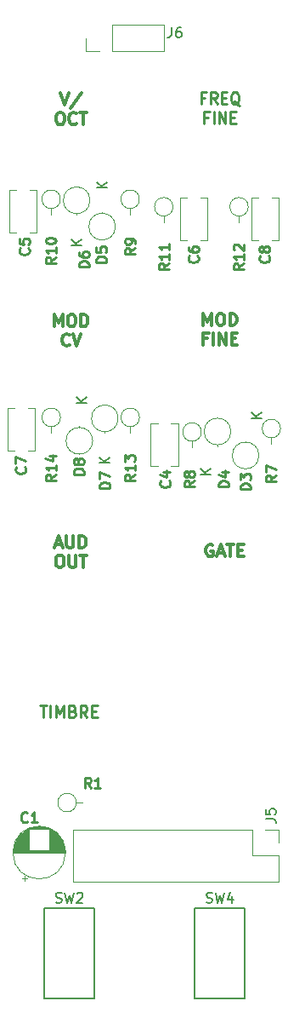
<source format=gto>
%TF.GenerationSoftware,KiCad,Pcbnew,(6.0.1)*%
%TF.CreationDate,2022-10-17T21:53:42-04:00*%
%TF.ProjectId,ER-VCO-03_CTL,45522d56-434f-42d3-9033-5f43544c2e6b,1*%
%TF.SameCoordinates,Original*%
%TF.FileFunction,Legend,Top*%
%TF.FilePolarity,Positive*%
%FSLAX46Y46*%
G04 Gerber Fmt 4.6, Leading zero omitted, Abs format (unit mm)*
G04 Created by KiCad (PCBNEW (6.0.1)) date 2022-10-17 21:53:42*
%MOMM*%
%LPD*%
G01*
G04 APERTURE LIST*
%ADD10C,0.300000*%
%ADD11C,0.285750*%
%ADD12C,0.275000*%
%ADD13C,0.254000*%
%ADD14C,0.150000*%
%ADD15C,0.120000*%
G04 APERTURE END LIST*
D10*
X19871428Y-30576857D02*
X19871428Y-29376857D01*
X20271428Y-30234000D01*
X20671428Y-29376857D01*
X20671428Y-30576857D01*
X21471428Y-29376857D02*
X21700000Y-29376857D01*
X21814285Y-29434000D01*
X21928571Y-29548285D01*
X21985714Y-29776857D01*
X21985714Y-30176857D01*
X21928571Y-30405428D01*
X21814285Y-30519714D01*
X21700000Y-30576857D01*
X21471428Y-30576857D01*
X21357142Y-30519714D01*
X21242857Y-30405428D01*
X21185714Y-30176857D01*
X21185714Y-29776857D01*
X21242857Y-29548285D01*
X21357142Y-29434000D01*
X21471428Y-29376857D01*
X22500000Y-30576857D02*
X22500000Y-29376857D01*
X22785714Y-29376857D01*
X22957142Y-29434000D01*
X23071428Y-29548285D01*
X23128571Y-29662571D01*
X23185714Y-29891142D01*
X23185714Y-30062571D01*
X23128571Y-30291142D01*
X23071428Y-30405428D01*
X22957142Y-30519714D01*
X22785714Y-30576857D01*
X22500000Y-30576857D01*
X20214285Y-31880285D02*
X19814285Y-31880285D01*
X19814285Y-32508857D02*
X19814285Y-31308857D01*
X20385714Y-31308857D01*
X20842857Y-32508857D02*
X20842857Y-31308857D01*
X21414285Y-32508857D02*
X21414285Y-31308857D01*
X22100000Y-32508857D01*
X22100000Y-31308857D01*
X22671428Y-31880285D02*
X23071428Y-31880285D01*
X23242857Y-32508857D02*
X22671428Y-32508857D01*
X22671428Y-31308857D01*
X23242857Y-31308857D01*
X20800000Y-52400000D02*
X20685714Y-52342857D01*
X20514285Y-52342857D01*
X20342857Y-52400000D01*
X20228571Y-52514285D01*
X20171428Y-52628571D01*
X20114285Y-52857142D01*
X20114285Y-53028571D01*
X20171428Y-53257142D01*
X20228571Y-53371428D01*
X20342857Y-53485714D01*
X20514285Y-53542857D01*
X20628571Y-53542857D01*
X20800000Y-53485714D01*
X20857142Y-53428571D01*
X20857142Y-53028571D01*
X20628571Y-53028571D01*
X21314285Y-53200000D02*
X21885714Y-53200000D01*
X21200000Y-53542857D02*
X21600000Y-52342857D01*
X22000000Y-53542857D01*
X22228571Y-52342857D02*
X22914285Y-52342857D01*
X22571428Y-53542857D02*
X22571428Y-52342857D01*
X23314285Y-52914285D02*
X23714285Y-52914285D01*
X23885714Y-53542857D02*
X23314285Y-53542857D01*
X23314285Y-52342857D01*
X23885714Y-52342857D01*
D11*
X3588071Y-68374071D02*
X4241214Y-68374071D01*
X3914642Y-69517071D02*
X3914642Y-68374071D01*
X4622214Y-69517071D02*
X4622214Y-68374071D01*
X5166500Y-69517071D02*
X5166500Y-68374071D01*
X5547500Y-69190500D01*
X5928500Y-68374071D01*
X5928500Y-69517071D01*
X6853785Y-68918357D02*
X7017071Y-68972785D01*
X7071500Y-69027214D01*
X7125928Y-69136071D01*
X7125928Y-69299357D01*
X7071500Y-69408214D01*
X7017071Y-69462642D01*
X6908214Y-69517071D01*
X6472785Y-69517071D01*
X6472785Y-68374071D01*
X6853785Y-68374071D01*
X6962642Y-68428500D01*
X7017071Y-68482928D01*
X7071500Y-68591785D01*
X7071500Y-68700642D01*
X7017071Y-68809500D01*
X6962642Y-68863928D01*
X6853785Y-68918357D01*
X6472785Y-68918357D01*
X8268928Y-69517071D02*
X7887928Y-68972785D01*
X7615785Y-69517071D02*
X7615785Y-68374071D01*
X8051214Y-68374071D01*
X8160071Y-68428500D01*
X8214500Y-68482928D01*
X8268928Y-68591785D01*
X8268928Y-68755071D01*
X8214500Y-68863928D01*
X8160071Y-68918357D01*
X8051214Y-68972785D01*
X7615785Y-68972785D01*
X8758785Y-68918357D02*
X9139785Y-68918357D01*
X9303071Y-69517071D02*
X8758785Y-69517071D01*
X8758785Y-68374071D01*
X9303071Y-68374071D01*
D10*
X5139714Y-52334000D02*
X5711142Y-52334000D01*
X5025428Y-52676857D02*
X5425428Y-51476857D01*
X5825428Y-52676857D01*
X6225428Y-51476857D02*
X6225428Y-52448285D01*
X6282571Y-52562571D01*
X6339714Y-52619714D01*
X6454000Y-52676857D01*
X6682571Y-52676857D01*
X6796857Y-52619714D01*
X6854000Y-52562571D01*
X6911142Y-52448285D01*
X6911142Y-51476857D01*
X7482571Y-52676857D02*
X7482571Y-51476857D01*
X7768285Y-51476857D01*
X7939714Y-51534000D01*
X8054000Y-51648285D01*
X8111142Y-51762571D01*
X8168285Y-51991142D01*
X8168285Y-52162571D01*
X8111142Y-52391142D01*
X8054000Y-52505428D01*
X7939714Y-52619714D01*
X7768285Y-52676857D01*
X7482571Y-52676857D01*
X5454000Y-53408857D02*
X5682571Y-53408857D01*
X5796857Y-53466000D01*
X5911142Y-53580285D01*
X5968285Y-53808857D01*
X5968285Y-54208857D01*
X5911142Y-54437428D01*
X5796857Y-54551714D01*
X5682571Y-54608857D01*
X5454000Y-54608857D01*
X5339714Y-54551714D01*
X5225428Y-54437428D01*
X5168285Y-54208857D01*
X5168285Y-53808857D01*
X5225428Y-53580285D01*
X5339714Y-53466000D01*
X5454000Y-53408857D01*
X6482571Y-53408857D02*
X6482571Y-54380285D01*
X6539714Y-54494571D01*
X6596857Y-54551714D01*
X6711142Y-54608857D01*
X6939714Y-54608857D01*
X7054000Y-54551714D01*
X7111142Y-54494571D01*
X7168285Y-54380285D01*
X7168285Y-53408857D01*
X7568285Y-53408857D02*
X8254000Y-53408857D01*
X7911142Y-54608857D02*
X7911142Y-53408857D01*
X5625428Y-7476857D02*
X6025428Y-8676857D01*
X6425428Y-7476857D01*
X7682571Y-7419714D02*
X6654000Y-8962571D01*
X5482571Y-9408857D02*
X5711142Y-9408857D01*
X5825428Y-9466000D01*
X5939714Y-9580285D01*
X5996857Y-9808857D01*
X5996857Y-10208857D01*
X5939714Y-10437428D01*
X5825428Y-10551714D01*
X5711142Y-10608857D01*
X5482571Y-10608857D01*
X5368285Y-10551714D01*
X5254000Y-10437428D01*
X5196857Y-10208857D01*
X5196857Y-9808857D01*
X5254000Y-9580285D01*
X5368285Y-9466000D01*
X5482571Y-9408857D01*
X7196857Y-10494571D02*
X7139714Y-10551714D01*
X6968285Y-10608857D01*
X6854000Y-10608857D01*
X6682571Y-10551714D01*
X6568285Y-10437428D01*
X6511142Y-10323142D01*
X6454000Y-10094571D01*
X6454000Y-9923142D01*
X6511142Y-9694571D01*
X6568285Y-9580285D01*
X6682571Y-9466000D01*
X6854000Y-9408857D01*
X6968285Y-9408857D01*
X7139714Y-9466000D01*
X7196857Y-9523142D01*
X7539714Y-9408857D02*
X8225428Y-9408857D01*
X7882571Y-10608857D02*
X7882571Y-9408857D01*
X5025428Y-30676857D02*
X5025428Y-29476857D01*
X5425428Y-30334000D01*
X5825428Y-29476857D01*
X5825428Y-30676857D01*
X6625428Y-29476857D02*
X6854000Y-29476857D01*
X6968285Y-29534000D01*
X7082571Y-29648285D01*
X7139714Y-29876857D01*
X7139714Y-30276857D01*
X7082571Y-30505428D01*
X6968285Y-30619714D01*
X6854000Y-30676857D01*
X6625428Y-30676857D01*
X6511142Y-30619714D01*
X6396857Y-30505428D01*
X6339714Y-30276857D01*
X6339714Y-29876857D01*
X6396857Y-29648285D01*
X6511142Y-29534000D01*
X6625428Y-29476857D01*
X7653999Y-30676857D02*
X7653999Y-29476857D01*
X7939714Y-29476857D01*
X8111142Y-29534000D01*
X8225428Y-29648285D01*
X8282571Y-29762571D01*
X8339714Y-29991142D01*
X8339714Y-30162571D01*
X8282571Y-30391142D01*
X8225428Y-30505428D01*
X8111142Y-30619714D01*
X7939714Y-30676857D01*
X7653999Y-30676857D01*
X6511142Y-32494571D02*
X6454000Y-32551714D01*
X6282571Y-32608857D01*
X6168285Y-32608857D01*
X5996857Y-32551714D01*
X5882571Y-32437428D01*
X5825428Y-32323142D01*
X5768285Y-32094571D01*
X5768285Y-31923142D01*
X5825428Y-31694571D01*
X5882571Y-31580285D01*
X5996857Y-31466000D01*
X6168285Y-31408857D01*
X6282571Y-31408857D01*
X6454000Y-31466000D01*
X6511142Y-31523142D01*
X6854000Y-31408857D02*
X7254000Y-32608857D01*
X7654000Y-31408857D01*
D12*
X20033333Y-7948285D02*
X19666666Y-7948285D01*
X19666666Y-8576857D02*
X19666666Y-7376857D01*
X20190476Y-7376857D01*
X21238095Y-8576857D02*
X20871428Y-8005428D01*
X20609523Y-8576857D02*
X20609523Y-7376857D01*
X21028571Y-7376857D01*
X21133333Y-7434000D01*
X21185714Y-7491142D01*
X21238095Y-7605428D01*
X21238095Y-7776857D01*
X21185714Y-7891142D01*
X21133333Y-7948285D01*
X21028571Y-8005428D01*
X20609523Y-8005428D01*
X21709523Y-7948285D02*
X22076190Y-7948285D01*
X22233333Y-8576857D02*
X21709523Y-8576857D01*
X21709523Y-7376857D01*
X22233333Y-7376857D01*
X23438095Y-8691142D02*
X23333333Y-8634000D01*
X23228571Y-8519714D01*
X23071428Y-8348285D01*
X22966666Y-8291142D01*
X22861904Y-8291142D01*
X22914285Y-8576857D02*
X22809523Y-8519714D01*
X22704761Y-8405428D01*
X22652380Y-8176857D01*
X22652380Y-7776857D01*
X22704761Y-7548285D01*
X22809523Y-7434000D01*
X22914285Y-7376857D01*
X23123809Y-7376857D01*
X23228571Y-7434000D01*
X23333333Y-7548285D01*
X23385714Y-7776857D01*
X23385714Y-8176857D01*
X23333333Y-8405428D01*
X23228571Y-8519714D01*
X23123809Y-8576857D01*
X22914285Y-8576857D01*
X20321428Y-9880285D02*
X19954761Y-9880285D01*
X19954761Y-10508857D02*
X19954761Y-9308857D01*
X20478571Y-9308857D01*
X20897619Y-10508857D02*
X20897619Y-9308857D01*
X21421428Y-10508857D02*
X21421428Y-9308857D01*
X22050000Y-10508857D01*
X22050000Y-9308857D01*
X22573809Y-9880285D02*
X22940476Y-9880285D01*
X23097619Y-10508857D02*
X22573809Y-10508857D01*
X22573809Y-9308857D01*
X23097619Y-9308857D01*
D13*
%TO.C,R7*%
X27097934Y-45491018D02*
X26614124Y-45829685D01*
X27097934Y-46071589D02*
X26081934Y-46071589D01*
X26081934Y-45684542D01*
X26130315Y-45587780D01*
X26178695Y-45539399D01*
X26275457Y-45491018D01*
X26420600Y-45491018D01*
X26517362Y-45539399D01*
X26565743Y-45587780D01*
X26614124Y-45684542D01*
X26614124Y-46071589D01*
X26081934Y-45152351D02*
X26081934Y-44475018D01*
X27097934Y-44910446D01*
%TO.C,D5*%
X10192119Y-24271277D02*
X9176119Y-24271277D01*
X9176119Y-24029373D01*
X9224500Y-23884230D01*
X9321261Y-23787468D01*
X9418023Y-23739087D01*
X9611547Y-23690706D01*
X9756690Y-23690706D01*
X9950214Y-23739087D01*
X10046976Y-23787468D01*
X10143738Y-23884230D01*
X10192119Y-24029373D01*
X10192119Y-24271277D01*
X9176119Y-22771468D02*
X9176119Y-23255277D01*
X9659928Y-23303658D01*
X9611547Y-23255277D01*
X9563166Y-23158515D01*
X9563166Y-22916611D01*
X9611547Y-22819849D01*
X9659928Y-22771468D01*
X9756690Y-22723087D01*
X9998595Y-22723087D01*
X10095357Y-22771468D01*
X10143738Y-22819849D01*
X10192119Y-22916611D01*
X10192119Y-23158515D01*
X10143738Y-23255277D01*
X10095357Y-23303658D01*
D14*
X10267880Y-16890904D02*
X9267880Y-16890904D01*
X10267880Y-16319476D02*
X9696452Y-16748047D01*
X9267880Y-16319476D02*
X9839309Y-16890904D01*
D13*
%TO.C,D8*%
X7959619Y-45358589D02*
X6943619Y-45358589D01*
X6943619Y-45116685D01*
X6992000Y-44971542D01*
X7088761Y-44874780D01*
X7185523Y-44826399D01*
X7379047Y-44778018D01*
X7524190Y-44778018D01*
X7717714Y-44826399D01*
X7814476Y-44874780D01*
X7911238Y-44971542D01*
X7959619Y-45116685D01*
X7959619Y-45358589D01*
X7379047Y-44197446D02*
X7330666Y-44294208D01*
X7282285Y-44342589D01*
X7185523Y-44390970D01*
X7137142Y-44390970D01*
X7040380Y-44342589D01*
X6992000Y-44294208D01*
X6943619Y-44197446D01*
X6943619Y-44003923D01*
X6992000Y-43907161D01*
X7040380Y-43858780D01*
X7137142Y-43810399D01*
X7185523Y-43810399D01*
X7282285Y-43858780D01*
X7330666Y-43907161D01*
X7379047Y-44003923D01*
X7379047Y-44197446D01*
X7427428Y-44294208D01*
X7475809Y-44342589D01*
X7572571Y-44390970D01*
X7766095Y-44390970D01*
X7862857Y-44342589D01*
X7911238Y-44294208D01*
X7959619Y-44197446D01*
X7959619Y-44003923D01*
X7911238Y-43907161D01*
X7862857Y-43858780D01*
X7766095Y-43810399D01*
X7572571Y-43810399D01*
X7475809Y-43858780D01*
X7427428Y-43907161D01*
X7379047Y-44003923D01*
D14*
X8253380Y-38266589D02*
X7253380Y-38266589D01*
X8253380Y-37695161D02*
X7681952Y-38123732D01*
X7253380Y-37695161D02*
X7824809Y-38266589D01*
%TO.C,SW2*%
X5166666Y-87904761D02*
X5309523Y-87952380D01*
X5547619Y-87952380D01*
X5642857Y-87904761D01*
X5690476Y-87857142D01*
X5738095Y-87761904D01*
X5738095Y-87666666D01*
X5690476Y-87571428D01*
X5642857Y-87523809D01*
X5547619Y-87476190D01*
X5357142Y-87428571D01*
X5261904Y-87380952D01*
X5214285Y-87333333D01*
X5166666Y-87238095D01*
X5166666Y-87142857D01*
X5214285Y-87047619D01*
X5261904Y-87000000D01*
X5357142Y-86952380D01*
X5595238Y-86952380D01*
X5738095Y-87000000D01*
X6071428Y-86952380D02*
X6309523Y-87952380D01*
X6500000Y-87238095D01*
X6690476Y-87952380D01*
X6928571Y-86952380D01*
X7261904Y-87047619D02*
X7309523Y-87000000D01*
X7404761Y-86952380D01*
X7642857Y-86952380D01*
X7738095Y-87000000D01*
X7785714Y-87047619D01*
X7833333Y-87142857D01*
X7833333Y-87238095D01*
X7785714Y-87380952D01*
X7214285Y-87952380D01*
X7833333Y-87952380D01*
D13*
%TO.C,D6*%
X8459619Y-24749904D02*
X7443619Y-24749904D01*
X7443619Y-24508000D01*
X7492000Y-24362857D01*
X7588761Y-24266095D01*
X7685523Y-24217714D01*
X7879047Y-24169333D01*
X8024190Y-24169333D01*
X8217714Y-24217714D01*
X8314476Y-24266095D01*
X8411238Y-24362857D01*
X8459619Y-24508000D01*
X8459619Y-24749904D01*
X7443619Y-23298476D02*
X7443619Y-23492000D01*
X7492000Y-23588761D01*
X7540380Y-23637142D01*
X7685523Y-23733904D01*
X7879047Y-23782285D01*
X8266095Y-23782285D01*
X8362857Y-23733904D01*
X8411238Y-23685523D01*
X8459619Y-23588761D01*
X8459619Y-23395238D01*
X8411238Y-23298476D01*
X8362857Y-23250095D01*
X8266095Y-23201714D01*
X8024190Y-23201714D01*
X7927428Y-23250095D01*
X7879047Y-23298476D01*
X7830666Y-23395238D01*
X7830666Y-23588761D01*
X7879047Y-23685523D01*
X7927428Y-23733904D01*
X8024190Y-23782285D01*
D14*
X7727880Y-22605904D02*
X6727880Y-22605904D01*
X7727880Y-22034476D02*
X7156452Y-22463047D01*
X6727880Y-22034476D02*
X7299309Y-22605904D01*
D13*
%TO.C,R13*%
X13039619Y-45388827D02*
X12555809Y-45727494D01*
X13039619Y-45969399D02*
X12023619Y-45969399D01*
X12023619Y-45582351D01*
X12072000Y-45485589D01*
X12120380Y-45437208D01*
X12217142Y-45388827D01*
X12362285Y-45388827D01*
X12459047Y-45437208D01*
X12507428Y-45485589D01*
X12555809Y-45582351D01*
X12555809Y-45969399D01*
X13039619Y-44421208D02*
X13039619Y-45001780D01*
X13039619Y-44711494D02*
X12023619Y-44711494D01*
X12168761Y-44808256D01*
X12265523Y-44905018D01*
X12313904Y-45001780D01*
X12023619Y-44082542D02*
X12023619Y-43453589D01*
X12410666Y-43792256D01*
X12410666Y-43647113D01*
X12459047Y-43550351D01*
X12507428Y-43501970D01*
X12604190Y-43453589D01*
X12846095Y-43453589D01*
X12942857Y-43501970D01*
X12991238Y-43550351D01*
X13039619Y-43647113D01*
X13039619Y-43937399D01*
X12991238Y-44034161D01*
X12942857Y-44082542D01*
%TO.C,R12*%
X23874619Y-24433142D02*
X23390809Y-24771809D01*
X23874619Y-25013714D02*
X22858619Y-25013714D01*
X22858619Y-24626666D01*
X22907000Y-24529904D01*
X22955380Y-24481523D01*
X23052142Y-24433142D01*
X23197285Y-24433142D01*
X23294047Y-24481523D01*
X23342428Y-24529904D01*
X23390809Y-24626666D01*
X23390809Y-25013714D01*
X23874619Y-23465523D02*
X23874619Y-24046095D01*
X23874619Y-23755809D02*
X22858619Y-23755809D01*
X23003761Y-23852571D01*
X23100523Y-23949333D01*
X23148904Y-24046095D01*
X22955380Y-23078476D02*
X22907000Y-23030095D01*
X22858619Y-22933333D01*
X22858619Y-22691428D01*
X22907000Y-22594666D01*
X22955380Y-22546285D01*
X23052142Y-22497904D01*
X23148904Y-22497904D01*
X23294047Y-22546285D01*
X23874619Y-23126857D01*
X23874619Y-22497904D01*
%TO.C,C4*%
X16460172Y-46021018D02*
X16508553Y-46069399D01*
X16556934Y-46214542D01*
X16556934Y-46311304D01*
X16508553Y-46456446D01*
X16411791Y-46553208D01*
X16315029Y-46601589D01*
X16121505Y-46649970D01*
X15976362Y-46649970D01*
X15782838Y-46601589D01*
X15686076Y-46553208D01*
X15589315Y-46456446D01*
X15540934Y-46311304D01*
X15540934Y-46214542D01*
X15589315Y-46069399D01*
X15637695Y-46021018D01*
X15879600Y-45150161D02*
X16556934Y-45150161D01*
X15492553Y-45392065D02*
X16218267Y-45633970D01*
X16218267Y-45005018D01*
%TO.C,C5*%
X2431357Y-22894333D02*
X2479738Y-22942714D01*
X2528119Y-23087857D01*
X2528119Y-23184619D01*
X2479738Y-23329761D01*
X2382976Y-23426523D01*
X2286214Y-23474904D01*
X2092690Y-23523285D01*
X1947547Y-23523285D01*
X1754023Y-23474904D01*
X1657261Y-23426523D01*
X1560500Y-23329761D01*
X1512119Y-23184619D01*
X1512119Y-23087857D01*
X1560500Y-22942714D01*
X1608880Y-22894333D01*
X1512119Y-21975095D02*
X1512119Y-22458904D01*
X1995928Y-22507285D01*
X1947547Y-22458904D01*
X1899166Y-22362142D01*
X1899166Y-22120238D01*
X1947547Y-22023476D01*
X1995928Y-21975095D01*
X2092690Y-21926714D01*
X2334595Y-21926714D01*
X2431357Y-21975095D01*
X2479738Y-22023476D01*
X2528119Y-22120238D01*
X2528119Y-22362142D01*
X2479738Y-22458904D01*
X2431357Y-22507285D01*
D14*
%TO.C,SW4*%
X20166666Y-87904761D02*
X20309523Y-87952380D01*
X20547619Y-87952380D01*
X20642857Y-87904761D01*
X20690476Y-87857142D01*
X20738095Y-87761904D01*
X20738095Y-87666666D01*
X20690476Y-87571428D01*
X20642857Y-87523809D01*
X20547619Y-87476190D01*
X20357142Y-87428571D01*
X20261904Y-87380952D01*
X20214285Y-87333333D01*
X20166666Y-87238095D01*
X20166666Y-87142857D01*
X20214285Y-87047619D01*
X20261904Y-87000000D01*
X20357142Y-86952380D01*
X20595238Y-86952380D01*
X20738095Y-87000000D01*
X21071428Y-86952380D02*
X21309523Y-87952380D01*
X21500000Y-87238095D01*
X21690476Y-87952380D01*
X21928571Y-86952380D01*
X22738095Y-87285714D02*
X22738095Y-87952380D01*
X22500000Y-86904761D02*
X22261904Y-87619047D01*
X22880952Y-87619047D01*
D13*
%TO.C,D4*%
X22398934Y-46601589D02*
X21382934Y-46601589D01*
X21382934Y-46359685D01*
X21431315Y-46214542D01*
X21528076Y-46117780D01*
X21624838Y-46069399D01*
X21818362Y-46021018D01*
X21963505Y-46021018D01*
X22157029Y-46069399D01*
X22253791Y-46117780D01*
X22350553Y-46214542D01*
X22398934Y-46359685D01*
X22398934Y-46601589D01*
X21721600Y-45150161D02*
X22398934Y-45150161D01*
X21334553Y-45392065D02*
X22060267Y-45633970D01*
X22060267Y-45005018D01*
D14*
X20585695Y-45384217D02*
X19585695Y-45384217D01*
X20585695Y-44812789D02*
X20014267Y-45241360D01*
X19585695Y-44812789D02*
X20157124Y-45384217D01*
D13*
%TO.C,R8*%
X18969934Y-46021018D02*
X18486124Y-46359685D01*
X18969934Y-46601589D02*
X17953934Y-46601589D01*
X17953934Y-46214542D01*
X18002315Y-46117780D01*
X18050695Y-46069399D01*
X18147457Y-46021018D01*
X18292600Y-46021018D01*
X18389362Y-46069399D01*
X18437743Y-46117780D01*
X18486124Y-46214542D01*
X18486124Y-46601589D01*
X18389362Y-45440446D02*
X18340981Y-45537208D01*
X18292600Y-45585589D01*
X18195838Y-45633970D01*
X18147457Y-45633970D01*
X18050695Y-45585589D01*
X18002315Y-45537208D01*
X17953934Y-45440446D01*
X17953934Y-45246923D01*
X18002315Y-45150161D01*
X18050695Y-45101780D01*
X18147457Y-45053399D01*
X18195838Y-45053399D01*
X18292600Y-45101780D01*
X18340981Y-45150161D01*
X18389362Y-45246923D01*
X18389362Y-45440446D01*
X18437743Y-45537208D01*
X18486124Y-45585589D01*
X18582886Y-45633970D01*
X18776410Y-45633970D01*
X18873172Y-45585589D01*
X18921553Y-45537208D01*
X18969934Y-45440446D01*
X18969934Y-45246923D01*
X18921553Y-45150161D01*
X18873172Y-45101780D01*
X18776410Y-45053399D01*
X18582886Y-45053399D01*
X18486124Y-45101780D01*
X18437743Y-45150161D01*
X18389362Y-45246923D01*
%TO.C,R9*%
X13069119Y-22894333D02*
X12585309Y-23233000D01*
X13069119Y-23474904D02*
X12053119Y-23474904D01*
X12053119Y-23087857D01*
X12101500Y-22991095D01*
X12149880Y-22942714D01*
X12246642Y-22894333D01*
X12391785Y-22894333D01*
X12488547Y-22942714D01*
X12536928Y-22991095D01*
X12585309Y-23087857D01*
X12585309Y-23474904D01*
X13069119Y-22410523D02*
X13069119Y-22217000D01*
X13020738Y-22120238D01*
X12972357Y-22071857D01*
X12827214Y-21975095D01*
X12633690Y-21926714D01*
X12246642Y-21926714D01*
X12149880Y-21975095D01*
X12101500Y-22023476D01*
X12053119Y-22120238D01*
X12053119Y-22313761D01*
X12101500Y-22410523D01*
X12149880Y-22458904D01*
X12246642Y-22507285D01*
X12488547Y-22507285D01*
X12585309Y-22458904D01*
X12633690Y-22410523D01*
X12682071Y-22313761D01*
X12682071Y-22120238D01*
X12633690Y-22023476D01*
X12585309Y-21975095D01*
X12488547Y-21926714D01*
%TO.C,C7*%
X2067857Y-44651018D02*
X2116238Y-44699399D01*
X2164619Y-44844542D01*
X2164619Y-44941304D01*
X2116238Y-45086446D01*
X2019476Y-45183208D01*
X1922714Y-45231589D01*
X1729190Y-45279970D01*
X1584047Y-45279970D01*
X1390523Y-45231589D01*
X1293761Y-45183208D01*
X1197000Y-45086446D01*
X1148619Y-44941304D01*
X1148619Y-44844542D01*
X1197000Y-44699399D01*
X1245380Y-44651018D01*
X1148619Y-44312351D02*
X1148619Y-43635018D01*
X2164619Y-44070446D01*
%TO.C,D7*%
X10546619Y-46749904D02*
X9530619Y-46749904D01*
X9530619Y-46508000D01*
X9579000Y-46362857D01*
X9675761Y-46266095D01*
X9772523Y-46217714D01*
X9966047Y-46169333D01*
X10111190Y-46169333D01*
X10304714Y-46217714D01*
X10401476Y-46266095D01*
X10498238Y-46362857D01*
X10546619Y-46508000D01*
X10546619Y-46749904D01*
X9530619Y-45830666D02*
X9530619Y-45153333D01*
X10546619Y-45588761D01*
D14*
X10539380Y-44235589D02*
X9539380Y-44235589D01*
X10539380Y-43664161D02*
X9967952Y-44092732D01*
X9539380Y-43664161D02*
X10110809Y-44235589D01*
D13*
%TO.C,R1*%
X8635666Y-76530619D02*
X8296999Y-76046809D01*
X8055095Y-76530619D02*
X8055095Y-75514619D01*
X8442142Y-75514619D01*
X8538904Y-75563000D01*
X8587285Y-75611380D01*
X8635666Y-75708142D01*
X8635666Y-75853285D01*
X8587285Y-75950047D01*
X8538904Y-75998428D01*
X8442142Y-76046809D01*
X8055095Y-76046809D01*
X9603285Y-76530619D02*
X9022714Y-76530619D01*
X9313000Y-76530619D02*
X9313000Y-75514619D01*
X9216238Y-75659761D01*
X9119476Y-75756523D01*
X9022714Y-75804904D01*
%TO.C,D3*%
X24557934Y-46855589D02*
X23541934Y-46855589D01*
X23541934Y-46613685D01*
X23590315Y-46468542D01*
X23687076Y-46371780D01*
X23783838Y-46323399D01*
X23977362Y-46275018D01*
X24122505Y-46275018D01*
X24316029Y-46323399D01*
X24412791Y-46371780D01*
X24509553Y-46468542D01*
X24557934Y-46613685D01*
X24557934Y-46855589D01*
X23541934Y-45936351D02*
X23541934Y-45307399D01*
X23928981Y-45646065D01*
X23928981Y-45500923D01*
X23977362Y-45404161D01*
X24025743Y-45355780D01*
X24122505Y-45307399D01*
X24364410Y-45307399D01*
X24461172Y-45355780D01*
X24509553Y-45404161D01*
X24557934Y-45500923D01*
X24557934Y-45791208D01*
X24509553Y-45887970D01*
X24461172Y-45936351D01*
D14*
X25693695Y-39763589D02*
X24693695Y-39763589D01*
X25693695Y-39192161D02*
X25122267Y-39620732D01*
X24693695Y-39192161D02*
X25265124Y-39763589D01*
%TO.C,J5*%
X26077380Y-79608333D02*
X26791666Y-79608333D01*
X26934523Y-79655952D01*
X27029761Y-79751190D01*
X27077380Y-79894047D01*
X27077380Y-79989285D01*
X26077380Y-78655952D02*
X26077380Y-79132142D01*
X26553571Y-79179761D01*
X26505952Y-79132142D01*
X26458333Y-79036904D01*
X26458333Y-78798809D01*
X26505952Y-78703571D01*
X26553571Y-78655952D01*
X26648809Y-78608333D01*
X26886904Y-78608333D01*
X26982142Y-78655952D01*
X27029761Y-78703571D01*
X27077380Y-78798809D01*
X27077380Y-79036904D01*
X27029761Y-79132142D01*
X26982142Y-79179761D01*
D13*
%TO.C,R11*%
X16426619Y-24410142D02*
X15942809Y-24748809D01*
X16426619Y-24990714D02*
X15410619Y-24990714D01*
X15410619Y-24603666D01*
X15459000Y-24506904D01*
X15507380Y-24458523D01*
X15604142Y-24410142D01*
X15749285Y-24410142D01*
X15846047Y-24458523D01*
X15894428Y-24506904D01*
X15942809Y-24603666D01*
X15942809Y-24990714D01*
X16426619Y-23442523D02*
X16426619Y-24023095D01*
X16426619Y-23732809D02*
X15410619Y-23732809D01*
X15555761Y-23829571D01*
X15652523Y-23926333D01*
X15700904Y-24023095D01*
X16426619Y-22474904D02*
X16426619Y-23055476D01*
X16426619Y-22765190D02*
X15410619Y-22765190D01*
X15555761Y-22861952D01*
X15652523Y-22958714D01*
X15700904Y-23055476D01*
%TO.C,R14*%
X5164619Y-45388827D02*
X4680809Y-45727494D01*
X5164619Y-45969399D02*
X4148619Y-45969399D01*
X4148619Y-45582351D01*
X4197000Y-45485589D01*
X4245380Y-45437208D01*
X4342142Y-45388827D01*
X4487285Y-45388827D01*
X4584047Y-45437208D01*
X4632428Y-45485589D01*
X4680809Y-45582351D01*
X4680809Y-45969399D01*
X5164619Y-44421208D02*
X5164619Y-45001780D01*
X5164619Y-44711494D02*
X4148619Y-44711494D01*
X4293761Y-44808256D01*
X4390523Y-44905018D01*
X4438904Y-45001780D01*
X4487285Y-43550351D02*
X5164619Y-43550351D01*
X4100238Y-43792256D02*
X4825952Y-44034161D01*
X4825952Y-43405208D01*
%TO.C,C8*%
X26362857Y-23669333D02*
X26411238Y-23717714D01*
X26459619Y-23862857D01*
X26459619Y-23959619D01*
X26411238Y-24104761D01*
X26314476Y-24201523D01*
X26217714Y-24249904D01*
X26024190Y-24298285D01*
X25879047Y-24298285D01*
X25685523Y-24249904D01*
X25588761Y-24201523D01*
X25492000Y-24104761D01*
X25443619Y-23959619D01*
X25443619Y-23862857D01*
X25492000Y-23717714D01*
X25540380Y-23669333D01*
X25879047Y-23088761D02*
X25830666Y-23185523D01*
X25782285Y-23233904D01*
X25685523Y-23282285D01*
X25637142Y-23282285D01*
X25540380Y-23233904D01*
X25492000Y-23185523D01*
X25443619Y-23088761D01*
X25443619Y-22895238D01*
X25492000Y-22798476D01*
X25540380Y-22750095D01*
X25637142Y-22701714D01*
X25685523Y-22701714D01*
X25782285Y-22750095D01*
X25830666Y-22798476D01*
X25879047Y-22895238D01*
X25879047Y-23088761D01*
X25927428Y-23185523D01*
X25975809Y-23233904D01*
X26072571Y-23282285D01*
X26266095Y-23282285D01*
X26362857Y-23233904D01*
X26411238Y-23185523D01*
X26459619Y-23088761D01*
X26459619Y-22895238D01*
X26411238Y-22798476D01*
X26362857Y-22750095D01*
X26266095Y-22701714D01*
X26072571Y-22701714D01*
X25975809Y-22750095D01*
X25927428Y-22798476D01*
X25879047Y-22895238D01*
%TO.C,C1*%
X2330666Y-79862857D02*
X2282285Y-79911238D01*
X2137142Y-79959619D01*
X2040380Y-79959619D01*
X1895238Y-79911238D01*
X1798476Y-79814476D01*
X1750095Y-79717714D01*
X1701714Y-79524190D01*
X1701714Y-79379047D01*
X1750095Y-79185523D01*
X1798476Y-79088761D01*
X1895238Y-78992000D01*
X2040380Y-78943619D01*
X2137142Y-78943619D01*
X2282285Y-78992000D01*
X2330666Y-79040380D01*
X3298285Y-79959619D02*
X2717714Y-79959619D01*
X3008000Y-79959619D02*
X3008000Y-78943619D01*
X2911238Y-79088761D01*
X2814476Y-79185523D01*
X2717714Y-79233904D01*
D14*
%TO.C,J6*%
X16691666Y-952380D02*
X16691666Y-1666666D01*
X16644047Y-1809523D01*
X16548809Y-1904761D01*
X16405952Y-1952380D01*
X16310714Y-1952380D01*
X17596428Y-952380D02*
X17405952Y-952380D01*
X17310714Y-1000000D01*
X17263095Y-1047619D01*
X17167857Y-1190476D01*
X17120238Y-1380952D01*
X17120238Y-1761904D01*
X17167857Y-1857142D01*
X17215476Y-1904761D01*
X17310714Y-1952380D01*
X17501190Y-1952380D01*
X17596428Y-1904761D01*
X17644047Y-1857142D01*
X17691666Y-1761904D01*
X17691666Y-1523809D01*
X17644047Y-1428571D01*
X17596428Y-1380952D01*
X17501190Y-1333333D01*
X17310714Y-1333333D01*
X17215476Y-1380952D01*
X17167857Y-1428571D01*
X17120238Y-1523809D01*
D13*
%TO.C,R10*%
X5152119Y-23788828D02*
X4668309Y-24127495D01*
X5152119Y-24369400D02*
X4136119Y-24369400D01*
X4136119Y-23982352D01*
X4184500Y-23885590D01*
X4232880Y-23837209D01*
X4329642Y-23788828D01*
X4474785Y-23788828D01*
X4571547Y-23837209D01*
X4619928Y-23885590D01*
X4668309Y-23982352D01*
X4668309Y-24369400D01*
X5152119Y-22821209D02*
X5152119Y-23401781D01*
X5152119Y-23111495D02*
X4136119Y-23111495D01*
X4281261Y-23208257D01*
X4378023Y-23305019D01*
X4426404Y-23401781D01*
X4136119Y-22192257D02*
X4136119Y-22095495D01*
X4184500Y-21998733D01*
X4232880Y-21950352D01*
X4329642Y-21901971D01*
X4523166Y-21853590D01*
X4765071Y-21853590D01*
X4958595Y-21901971D01*
X5055357Y-21950352D01*
X5103738Y-21998733D01*
X5152119Y-22095495D01*
X5152119Y-22192257D01*
X5103738Y-22289019D01*
X5055357Y-22337400D01*
X4958595Y-22385781D01*
X4765071Y-22434162D01*
X4523166Y-22434162D01*
X4329642Y-22385781D01*
X4232880Y-22337400D01*
X4184500Y-22289019D01*
X4136119Y-22192257D01*
%TO.C,C6*%
X19277857Y-23669333D02*
X19326238Y-23717714D01*
X19374619Y-23862857D01*
X19374619Y-23959619D01*
X19326238Y-24104761D01*
X19229476Y-24201523D01*
X19132714Y-24249904D01*
X18939190Y-24298285D01*
X18794047Y-24298285D01*
X18600523Y-24249904D01*
X18503761Y-24201523D01*
X18407000Y-24104761D01*
X18358619Y-23959619D01*
X18358619Y-23862857D01*
X18407000Y-23717714D01*
X18455380Y-23669333D01*
X18358619Y-22798476D02*
X18358619Y-22992000D01*
X18407000Y-23088761D01*
X18455380Y-23137142D01*
X18600523Y-23233904D01*
X18794047Y-23282285D01*
X19181095Y-23282285D01*
X19277857Y-23233904D01*
X19326238Y-23185523D01*
X19374619Y-23088761D01*
X19374619Y-22895238D01*
X19326238Y-22798476D01*
X19277857Y-22750095D01*
X19181095Y-22701714D01*
X18939190Y-22701714D01*
X18842428Y-22750095D01*
X18794047Y-22798476D01*
X18745666Y-22895238D01*
X18745666Y-23088761D01*
X18794047Y-23185523D01*
X18842428Y-23233904D01*
X18939190Y-23282285D01*
D15*
%TO.C,R7*%
X26638315Y-41741685D02*
X26638315Y-42361685D01*
X27558315Y-40821685D02*
G75*
G03*
X27558315Y-40821685I-920000J0D01*
G01*
%TO.C,D5*%
X9772500Y-19423630D02*
X9772500Y-19310001D01*
X11098871Y-20750001D02*
G75*
G03*
X11098871Y-20750001I-1326371J0D01*
G01*
%TO.C,D8*%
X7500000Y-40713629D02*
X7500000Y-40600000D01*
X8826371Y-42040000D02*
G75*
G03*
X8826371Y-42040000I-1326371J0D01*
G01*
D14*
%TO.C,SW2*%
X9000000Y-97500000D02*
X4000000Y-97500000D01*
X4000000Y-97500000D02*
X4000000Y-88500000D01*
X4000000Y-88500000D02*
X9000000Y-88500000D01*
X9000000Y-88500000D02*
X9000000Y-97500000D01*
D15*
%TO.C,D6*%
X7232500Y-19462057D02*
X7232500Y-19575686D01*
X8558871Y-18135686D02*
G75*
G03*
X8558871Y-18135686I-1326371J0D01*
G01*
%TO.C,R13*%
X12580000Y-40625685D02*
X12580000Y-41245685D01*
X13500000Y-39705685D02*
G75*
G03*
X13500000Y-39705685I-920000J0D01*
G01*
%TO.C,R12*%
X23415000Y-19700000D02*
X23415000Y-20320000D01*
X24335000Y-18780000D02*
G75*
G03*
X24335000Y-18780000I-920000J0D01*
G01*
%TO.C,C4*%
X14605315Y-40295685D02*
X15310315Y-40295685D01*
X17345315Y-44535685D02*
X17345315Y-40295685D01*
X14605315Y-44535685D02*
X14605315Y-40295685D01*
X16640315Y-44535685D02*
X17345315Y-44535685D01*
X14605315Y-44535685D02*
X15310315Y-44535685D01*
X16640315Y-40295685D02*
X17345315Y-40295685D01*
%TO.C,C5*%
X507500Y-21370000D02*
X1212500Y-21370000D01*
X507500Y-17130000D02*
X1212500Y-17130000D01*
X2542500Y-21370000D02*
X3247500Y-21370000D01*
X2542500Y-17130000D02*
X3247500Y-17130000D01*
X3247500Y-21370000D02*
X3247500Y-17130000D01*
X507500Y-21370000D02*
X507500Y-17130000D01*
D14*
%TO.C,SW4*%
X24000000Y-97500000D02*
X19000000Y-97500000D01*
X19000000Y-97500000D02*
X19000000Y-88500000D01*
X19000000Y-88500000D02*
X24000000Y-88500000D01*
X24000000Y-88500000D02*
X24000000Y-97500000D01*
D15*
%TO.C,D4*%
X21276315Y-42442056D02*
X21276315Y-42555685D01*
X22602686Y-41115685D02*
G75*
G03*
X22602686Y-41115685I-1326371J0D01*
G01*
%TO.C,R8*%
X18736315Y-42085685D02*
X18736315Y-42705685D01*
X19656315Y-41165685D02*
G75*
G03*
X19656315Y-41165685I-920000J0D01*
G01*
%TO.C,R9*%
X12566500Y-18950000D02*
X12566500Y-19570000D01*
X13486500Y-18030000D02*
G75*
G03*
X13486500Y-18030000I-920000J0D01*
G01*
%TO.C,C7*%
X340000Y-43045685D02*
X340000Y-38805685D01*
X340000Y-38805685D02*
X1045000Y-38805685D01*
X2375000Y-43045685D02*
X3080000Y-43045685D01*
X340000Y-43045685D02*
X1045000Y-43045685D01*
X2375000Y-38805685D02*
X3080000Y-38805685D01*
X3080000Y-43045685D02*
X3080000Y-38805685D01*
%TO.C,D7*%
X10040000Y-41137742D02*
X10040000Y-41251371D01*
X11366371Y-39811371D02*
G75*
G03*
X11366371Y-39811371I-1326371J0D01*
G01*
%TO.C,R1*%
X7200000Y-78000000D02*
X7820000Y-78000000D01*
X7200000Y-78000000D02*
G75*
G03*
X7200000Y-78000000I-920000J0D01*
G01*
%TO.C,D3*%
X24070315Y-42173629D02*
X24070315Y-42060000D01*
X25396686Y-43500000D02*
G75*
G03*
X25396686Y-43500000I-1326371J0D01*
G01*
%TO.C,J5*%
X24730000Y-80670000D02*
X24730000Y-83270000D01*
X27330000Y-85870000D02*
X6890000Y-85870000D01*
X27330000Y-83270000D02*
X27330000Y-85870000D01*
X26000000Y-80670000D02*
X27330000Y-80670000D01*
X24730000Y-83270000D02*
X27330000Y-83270000D01*
X6890000Y-80670000D02*
X6890000Y-85870000D01*
X24730000Y-80670000D02*
X6890000Y-80670000D01*
X27330000Y-80670000D02*
X27330000Y-82000000D01*
%TO.C,R11*%
X15915000Y-19700000D02*
X15915000Y-20320000D01*
X16835000Y-18780000D02*
G75*
G03*
X16835000Y-18780000I-920000J0D01*
G01*
%TO.C,R14*%
X4705000Y-40625685D02*
X4705000Y-41245685D01*
X5625000Y-39705685D02*
G75*
G03*
X5625000Y-39705685I-920000J0D01*
G01*
%TO.C,C8*%
X26665000Y-17880000D02*
X27370000Y-17880000D01*
X24630000Y-22120000D02*
X25335000Y-22120000D01*
X27370000Y-22120000D02*
X27370000Y-17880000D01*
X26665000Y-22120000D02*
X27370000Y-22120000D01*
X24630000Y-22120000D02*
X24630000Y-17880000D01*
X24630000Y-17880000D02*
X25335000Y-17880000D01*
%TO.C,C1*%
X2402000Y-80594113D02*
X4598000Y-80594113D01*
X922000Y-82835113D02*
X6078000Y-82835113D01*
X2000000Y-80834113D02*
X2460000Y-80834113D01*
X4540000Y-80914113D02*
X5105000Y-80914113D01*
X1086000Y-82034113D02*
X2460000Y-82034113D01*
X4540000Y-81474113D02*
X5622000Y-81474113D01*
X1102000Y-81994113D02*
X2460000Y-81994113D01*
X4540000Y-80834113D02*
X5000000Y-80834113D01*
X4540000Y-81794113D02*
X5810000Y-81794113D01*
X944000Y-82595113D02*
X2460000Y-82595113D01*
X2249000Y-80674113D02*
X2460000Y-80674113D01*
X2823000Y-80434113D02*
X4177000Y-80434113D01*
X4540000Y-82635113D02*
X6061000Y-82635113D01*
X1599000Y-81194113D02*
X2460000Y-81194113D01*
X927000Y-82755113D02*
X6073000Y-82755113D01*
X4540000Y-82435113D02*
X6028000Y-82435113D01*
X972000Y-82435113D02*
X2460000Y-82435113D01*
X4540000Y-82154113D02*
X5955000Y-82154113D01*
X1232000Y-81714113D02*
X2460000Y-81714113D01*
X4540000Y-82395113D02*
X6020000Y-82395113D01*
X4540000Y-82475113D02*
X6036000Y-82475113D01*
X4540000Y-82194113D02*
X5968000Y-82194113D01*
X1058000Y-82114113D02*
X2460000Y-82114113D01*
X4540000Y-81154113D02*
X5364000Y-81154113D01*
X4540000Y-81034113D02*
X5243000Y-81034113D01*
X1847000Y-80954113D02*
X2460000Y-80954113D01*
X964000Y-82475113D02*
X2460000Y-82475113D01*
X4540000Y-81714113D02*
X5768000Y-81714113D01*
X4540000Y-81914113D02*
X5865000Y-81914113D01*
X1135000Y-81914113D02*
X2460000Y-81914113D01*
X920000Y-82915113D02*
X6080000Y-82915113D01*
X4540000Y-81354113D02*
X5535000Y-81354113D01*
X4540000Y-80714113D02*
X4819000Y-80714113D01*
X2025000Y-85759888D02*
X2025000Y-85259888D01*
X1405000Y-81434113D02*
X2460000Y-81434113D01*
X4540000Y-82595113D02*
X6056000Y-82595113D01*
X1775000Y-85509888D02*
X2275000Y-85509888D01*
X4540000Y-81674113D02*
X5747000Y-81674113D01*
X1351000Y-81514113D02*
X2460000Y-81514113D01*
X1674000Y-81114113D02*
X2460000Y-81114113D01*
X4540000Y-82234113D02*
X5980000Y-82234113D01*
X4540000Y-81874113D02*
X5848000Y-81874113D01*
X1253000Y-81674113D02*
X2460000Y-81674113D01*
X950000Y-82555113D02*
X2460000Y-82555113D01*
X1529000Y-81274113D02*
X2460000Y-81274113D01*
X4540000Y-81274113D02*
X5471000Y-81274113D01*
X1435000Y-81394113D02*
X2460000Y-81394113D01*
X1190000Y-81794113D02*
X2460000Y-81794113D01*
X1496000Y-81314113D02*
X2460000Y-81314113D01*
X4540000Y-81514113D02*
X5649000Y-81514113D01*
X1895000Y-80914113D02*
X2460000Y-80914113D01*
X1032000Y-82194113D02*
X2460000Y-82194113D01*
X939000Y-82635113D02*
X2460000Y-82635113D01*
X4540000Y-81754113D02*
X5790000Y-81754113D01*
X1210000Y-81754113D02*
X2460000Y-81754113D01*
X921000Y-82875113D02*
X6079000Y-82875113D01*
X2057000Y-80794113D02*
X2460000Y-80794113D01*
X4540000Y-81314113D02*
X5504000Y-81314113D01*
X4540000Y-81394113D02*
X5565000Y-81394113D01*
X999000Y-82315113D02*
X2460000Y-82315113D01*
X4540000Y-80954113D02*
X5153000Y-80954113D01*
X4540000Y-80794113D02*
X4943000Y-80794113D01*
X4540000Y-82315113D02*
X6001000Y-82315113D01*
X4540000Y-81194113D02*
X5401000Y-81194113D01*
X4540000Y-81994113D02*
X5898000Y-81994113D01*
X4540000Y-82275113D02*
X5991000Y-82275113D01*
X920000Y-82955113D02*
X6080000Y-82955113D01*
X1118000Y-81954113D02*
X2460000Y-81954113D01*
X2982000Y-80394113D02*
X4018000Y-80394113D01*
X4540000Y-80674113D02*
X4751000Y-80674113D01*
X2117000Y-80754113D02*
X2460000Y-80754113D01*
X1300000Y-81594113D02*
X2460000Y-81594113D01*
X1045000Y-82154113D02*
X2460000Y-82154113D01*
X1276000Y-81634113D02*
X2460000Y-81634113D01*
X4540000Y-82715113D02*
X6069000Y-82715113D01*
X1378000Y-81474113D02*
X2460000Y-81474113D01*
X4540000Y-80994113D02*
X5199000Y-80994113D01*
X4540000Y-80754113D02*
X4883000Y-80754113D01*
X980000Y-82395113D02*
X2460000Y-82395113D01*
X1757000Y-81034113D02*
X2460000Y-81034113D01*
X4540000Y-82675113D02*
X6065000Y-82675113D01*
X4540000Y-81634113D02*
X5724000Y-81634113D01*
X1715000Y-81074113D02*
X2460000Y-81074113D01*
X1563000Y-81234113D02*
X2460000Y-81234113D01*
X924000Y-82795113D02*
X6076000Y-82795113D01*
X1636000Y-81154113D02*
X2460000Y-81154113D01*
X2181000Y-80714113D02*
X2460000Y-80714113D01*
X4540000Y-82555113D02*
X6050000Y-82555113D01*
X4540000Y-81954113D02*
X5882000Y-81954113D01*
X1020000Y-82234113D02*
X2460000Y-82234113D01*
X1325000Y-81554113D02*
X2460000Y-81554113D01*
X1009000Y-82275113D02*
X2460000Y-82275113D01*
X4540000Y-81074113D02*
X5285000Y-81074113D01*
X4540000Y-81114113D02*
X5326000Y-81114113D01*
X1801000Y-80994113D02*
X2460000Y-80994113D01*
X1072000Y-82074113D02*
X2460000Y-82074113D01*
X4540000Y-81234113D02*
X5437000Y-81234113D01*
X4540000Y-82515113D02*
X6043000Y-82515113D01*
X935000Y-82675113D02*
X2460000Y-82675113D01*
X1171000Y-81834113D02*
X2460000Y-81834113D01*
X4540000Y-82355113D02*
X6011000Y-82355113D01*
X4540000Y-81594113D02*
X5700000Y-81594113D01*
X989000Y-82355113D02*
X2460000Y-82355113D01*
X957000Y-82515113D02*
X2460000Y-82515113D01*
X4540000Y-80874113D02*
X5054000Y-80874113D01*
X1946000Y-80874113D02*
X2460000Y-80874113D01*
X1152000Y-81874113D02*
X2460000Y-81874113D01*
X2585000Y-80514113D02*
X4415000Y-80514113D01*
X2489000Y-80554113D02*
X4511000Y-80554113D01*
X4540000Y-81834113D02*
X5829000Y-81834113D01*
X1465000Y-81354113D02*
X2460000Y-81354113D01*
X2695000Y-80474113D02*
X4305000Y-80474113D01*
X2322000Y-80634113D02*
X4678000Y-80634113D01*
X4540000Y-82114113D02*
X5942000Y-82114113D01*
X4540000Y-82074113D02*
X5928000Y-82074113D01*
X4540000Y-81434113D02*
X5595000Y-81434113D01*
X931000Y-82715113D02*
X2460000Y-82715113D01*
X4540000Y-82034113D02*
X5914000Y-82034113D01*
X4540000Y-81554113D02*
X5675000Y-81554113D01*
X3216000Y-80354113D02*
X3784000Y-80354113D01*
X6120000Y-82955113D02*
G75*
G03*
X6120000Y-82955113I-2620000J0D01*
G01*
%TO.C,J6*%
X15910000Y-3330000D02*
X15910000Y-670000D01*
X8170000Y-3330000D02*
X8170000Y-2000000D01*
X9500000Y-3330000D02*
X8170000Y-3330000D01*
X10770000Y-3330000D02*
X10770000Y-670000D01*
X10770000Y-3330000D02*
X15910000Y-3330000D01*
X10770000Y-670000D02*
X15910000Y-670000D01*
%TO.C,R10*%
X4692500Y-18950000D02*
X4692500Y-19570000D01*
X5612500Y-18030000D02*
G75*
G03*
X5612500Y-18030000I-920000J0D01*
G01*
%TO.C,C6*%
X20285000Y-22120000D02*
X20285000Y-17880000D01*
X19580000Y-17880000D02*
X20285000Y-17880000D01*
X17545000Y-22120000D02*
X17545000Y-17880000D01*
X17545000Y-22120000D02*
X18250000Y-22120000D01*
X19580000Y-22120000D02*
X20285000Y-22120000D01*
X17545000Y-17880000D02*
X18250000Y-17880000D01*
%TD*%
M02*

</source>
